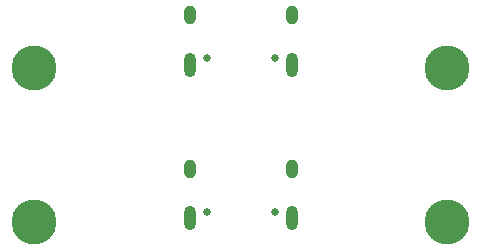
<source format=gbr>
%TF.GenerationSoftware,KiCad,Pcbnew,5.1.10-88a1d61d58~90~ubuntu20.04.1*%
%TF.CreationDate,2022-01-21T20:10:34-08:00*%
%TF.ProjectId,kb-db_protruded_panel,6b622d64-625f-4707-926f-747275646564,rev?*%
%TF.SameCoordinates,Original*%
%TF.FileFunction,Soldermask,Bot*%
%TF.FilePolarity,Negative*%
%FSLAX46Y46*%
G04 Gerber Fmt 4.6, Leading zero omitted, Abs format (unit mm)*
G04 Created by KiCad (PCBNEW 5.1.10-88a1d61d58~90~ubuntu20.04.1) date 2022-01-21 20:10:34*
%MOMM*%
%LPD*%
G01*
G04 APERTURE LIST*
%ADD10C,3.800000*%
%ADD11O,1.000000X1.600000*%
%ADD12O,1.000000X2.100000*%
%ADD13C,0.650000*%
G04 APERTURE END LIST*
D10*
%TO.C,H2*%
X61487000Y-76472000D03*
%TD*%
D11*
%TO.C,USB1*%
X74672000Y-71991500D03*
X83312000Y-71991500D03*
D12*
X74672000Y-76171500D03*
X83312000Y-76171500D03*
D13*
X81882000Y-75641500D03*
X76102000Y-75641500D03*
%TD*%
D10*
%TO.C,H1*%
X96487000Y-76472000D03*
%TD*%
%TO.C,H2*%
X61487000Y-63472000D03*
%TD*%
%TO.C,H1*%
X96487000Y-63472000D03*
%TD*%
D13*
%TO.C,USB1*%
X76102000Y-62641500D03*
X81882000Y-62641500D03*
D12*
X83312000Y-63171500D03*
X74672000Y-63171500D03*
D11*
X83312000Y-58991500D03*
X74672000Y-58991500D03*
%TD*%
M02*

</source>
